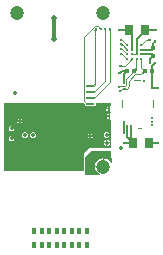
<source format=gbl>
G04*
G04 #@! TF.GenerationSoftware,Altium Limited,Altium Designer,18.0.12 (696)*
G04*
G04 Layer_Physical_Order=3*
G04 Layer_Color=16711680*
%FSLAX44Y44*%
%MOMM*%
G71*
G01*
G75*
%ADD37C,0.1500*%
%ADD38C,0.0750*%
%ADD42C,0.1000*%
%ADD43C,0.3000*%
%ADD45P,0.3247X8X202.5*%
%ADD46O,0.4000X0.6000*%
%ADD47C,1.2000*%
%ADD48P,0.3247X8X112.5*%
%ADD49C,0.2500*%
%ADD51C,0.5000*%
%ADD52C,0.2000*%
%ADD53R,0.8000X0.2500*%
%ADD54R,0.2000X0.2000*%
%ADD55R,0.2000X0.1160*%
%ADD56R,0.2000X0.1500*%
%ADD57R,0.1160X0.1160*%
%ADD58R,0.8000X0.8500*%
%ADD59R,0.3500X0.3000*%
%ADD60R,0.3000X0.3500*%
G36*
X-3461Y131780D02*
X-3511Y131718D01*
X-3556Y131632D01*
X-3596Y131521D01*
X-3630Y131386D01*
X-3659Y131227D01*
X-3701Y130835D01*
X-3722Y130345D01*
X-3725Y130063D01*
X-6725Y130139D01*
X-6727Y130421D01*
X-6784Y131302D01*
X-6810Y131461D01*
X-6840Y131595D01*
X-6876Y131705D01*
X-6916Y131790D01*
X-6960Y131850D01*
X-3461Y131780D01*
D02*
G37*
G36*
X32974Y125564D02*
X33062Y125497D01*
X33156Y125437D01*
X33257Y125386D01*
X33363Y125344D01*
X33476Y125309D01*
X33595Y125282D01*
X33720Y125263D01*
X33851Y125253D01*
X33988Y125250D01*
X32750Y124012D01*
X32747Y124150D01*
X32737Y124280D01*
X32718Y124405D01*
X32691Y124524D01*
X32656Y124636D01*
X32613Y124743D01*
X32562Y124844D01*
X32503Y124938D01*
X32436Y125026D01*
X32361Y125108D01*
X32892Y125639D01*
X32974Y125564D01*
D02*
G37*
G36*
X29977Y122750D02*
X29931Y122746D01*
X29880Y122733D01*
X29823Y122710D01*
X29762Y122678D01*
X29696Y122636D01*
X29625Y122585D01*
X29467Y122454D01*
X29290Y122286D01*
X28760Y122816D01*
X28818Y122878D01*
X28867Y122937D01*
X28907Y122994D01*
X28938Y123049D01*
X28961Y123102D01*
X28975Y123153D01*
X28980Y123202D01*
X28976Y123248D01*
X28963Y123293D01*
X28941Y123335D01*
X29977Y122750D01*
D02*
G37*
G36*
X80107Y122125D02*
X80077Y122149D01*
X80034Y122170D01*
X79979Y122189D01*
X79911Y122205D01*
X79832Y122219D01*
X79636Y122239D01*
X79391Y122249D01*
X79250Y122250D01*
Y123750D01*
X79391Y123751D01*
X79832Y123781D01*
X79911Y123795D01*
X79979Y123811D01*
X80034Y123830D01*
X80077Y123851D01*
X80107Y123875D01*
Y122125D01*
D02*
G37*
G36*
X50923Y123851D02*
X50966Y123830D01*
X51021Y123811D01*
X51089Y123795D01*
X51168Y123781D01*
X51364Y123761D01*
X51609Y123751D01*
X51750Y123750D01*
Y122250D01*
X51609Y122249D01*
X51168Y122219D01*
X51089Y122205D01*
X51021Y122189D01*
X50966Y122170D01*
X50923Y122149D01*
X50893Y122125D01*
Y123875D01*
X50923Y123851D01*
D02*
G37*
G36*
X42780Y123009D02*
X42695Y122908D01*
X42620Y122807D01*
X42555Y122704D01*
X42500Y122600D01*
X42455Y122494D01*
X42420Y122387D01*
X42395Y122279D01*
X42380Y122169D01*
X42375Y122058D01*
X41625D01*
X41620Y122169D01*
X41605Y122279D01*
X41580Y122387D01*
X41545Y122494D01*
X41500Y122600D01*
X41445Y122704D01*
X41380Y122807D01*
X41305Y122908D01*
X41220Y123009D01*
X41125Y123107D01*
X42875D01*
X42780Y123009D01*
D02*
G37*
G36*
X38780D02*
X38695Y122908D01*
X38620Y122807D01*
X38555Y122704D01*
X38500Y122600D01*
X38455Y122494D01*
X38420Y122387D01*
X38395Y122279D01*
X38380Y122169D01*
X38375Y122058D01*
X37625D01*
X37620Y122169D01*
X37605Y122279D01*
X37580Y122387D01*
X37545Y122494D01*
X37500Y122600D01*
X37445Y122704D01*
X37380Y122807D01*
X37305Y122908D01*
X37220Y123009D01*
X37125Y123107D01*
X38875D01*
X38780Y123009D01*
D02*
G37*
G36*
X75985Y124358D02*
X76030Y124230D01*
X76104Y124117D01*
X76210Y124020D01*
X76345Y123938D01*
X76509Y123870D01*
X76705Y123818D01*
X76929Y123780D01*
X77185Y123757D01*
X77470Y123750D01*
Y122250D01*
X77185Y122242D01*
X76929Y122220D01*
X76705Y122183D01*
X76509Y122130D01*
X76345Y122063D01*
X76210Y121980D01*
X76104Y121882D01*
X76030Y121770D01*
X75985Y121643D01*
X75970Y121500D01*
Y124500D01*
X75985Y124358D01*
D02*
G37*
G36*
X54061Y121500D02*
X54046Y121643D01*
X54000Y121770D01*
X53923Y121882D01*
X53816Y121980D01*
X53678Y122063D01*
X53510Y122130D01*
X53311Y122183D01*
X53081Y122220D01*
X52821Y122242D01*
X52530Y122250D01*
Y123750D01*
X52821Y123757D01*
X53081Y123780D01*
X53311Y123818D01*
X53510Y123870D01*
X53678Y123938D01*
X53816Y124020D01*
X53923Y124117D01*
X54000Y124230D01*
X54046Y124358D01*
X54061Y124500D01*
Y121500D01*
D02*
G37*
G36*
X70152Y118811D02*
X70038Y118893D01*
X69902Y118932D01*
X69745Y118929D01*
X69565Y118884D01*
X69364Y118796D01*
X69141Y118665D01*
X68896Y118493D01*
X68629Y118278D01*
X68031Y117720D01*
X66970Y118780D01*
X67270Y119091D01*
X67743Y119646D01*
X67915Y119891D01*
X68046Y120114D01*
X68134Y120315D01*
X68179Y120495D01*
X68182Y120652D01*
X68143Y120788D01*
X68061Y120902D01*
X70152Y118811D01*
D02*
G37*
G36*
X-3725Y119186D02*
X-3723Y118904D01*
X-3666Y118023D01*
X-3640Y117864D01*
X-3610Y117730D01*
X-3574Y117620D01*
X-3534Y117535D01*
X-3490Y117475D01*
X-6989Y117545D01*
X-6939Y117607D01*
X-6894Y117693D01*
X-6854Y117804D01*
X-6820Y117939D01*
X-6791Y118098D01*
X-6749Y118490D01*
X-6728Y118980D01*
X-6725Y119262D01*
X-3725Y119186D01*
D02*
G37*
G36*
X61969Y118780D02*
X61833Y118765D01*
X61711Y118721D01*
X61603Y118645D01*
X61509Y118540D01*
X61430Y118406D01*
X61365Y118240D01*
X61315Y118046D01*
X61279Y117821D01*
X61257Y117565D01*
X61250Y117281D01*
X59750D01*
X59742Y117570D01*
X59720Y117829D01*
X59682Y118058D01*
X59630Y118256D01*
X59563Y118425D01*
X59480Y118562D01*
X59383Y118670D01*
X59270Y118747D01*
X59142Y118794D01*
X59000Y118811D01*
X61969Y118780D01*
D02*
G37*
G36*
X75254Y113997D02*
X75169Y114056D01*
X75080Y114108D01*
X74986Y114154D01*
X74888Y114194D01*
X74786Y114228D01*
X74679Y114256D01*
X74569Y114278D01*
X74453Y114293D01*
X74334Y114303D01*
X74211Y114306D01*
X74038Y115306D01*
X74163Y115310D01*
X74282Y115322D01*
X74394Y115343D01*
X74499Y115373D01*
X74597Y115411D01*
X74687Y115457D01*
X74771Y115511D01*
X74849Y115574D01*
X74919Y115646D01*
X74982Y115725D01*
X75254Y113997D01*
D02*
G37*
G36*
X52137Y115534D02*
X52267Y115348D01*
X52436Y115138D01*
X52760Y114777D01*
X53024Y114506D01*
X52617Y113853D01*
X52528Y113934D01*
X52439Y113999D01*
X52350Y114050D01*
X52260Y114085D01*
X52171Y114105D01*
X52080Y114110D01*
X51990Y114100D01*
X51899Y114074D01*
X51809Y114033D01*
X51717Y113976D01*
X52087Y115618D01*
X52137Y115534D01*
D02*
G37*
G36*
X80182Y112263D02*
X80158Y112255D01*
X80126Y112237D01*
X80085Y112208D01*
X80035Y112170D01*
X79836Y111992D01*
X79559Y111722D01*
X78285Y112570D01*
X78383Y112671D01*
X78610Y112934D01*
X78664Y113009D01*
X78707Y113079D01*
X78738Y113141D01*
X78759Y113198D01*
X78769Y113249D01*
X78767Y113293D01*
X80182Y112263D01*
D02*
G37*
G36*
X65260Y111150D02*
X63740D01*
X63742Y111167D01*
X63744Y111214D01*
X63750Y112662D01*
X65250D01*
X65260Y111150D01*
D02*
G37*
G36*
X61260D02*
X59740D01*
X59742Y111167D01*
X59744Y111214D01*
X59750Y112662D01*
X61250D01*
X61260Y111150D01*
D02*
G37*
G36*
X55664Y111872D02*
X55752Y111799D01*
X55843Y111735D01*
X55937Y111678D01*
X56034Y111629D01*
X56134Y111588D01*
X56237Y111554D01*
X56342Y111528D01*
X56451Y111509D01*
X56563Y111498D01*
X55502Y110437D01*
X55491Y110549D01*
X55472Y110658D01*
X55446Y110764D01*
X55412Y110866D01*
X55371Y110966D01*
X55322Y111063D01*
X55265Y111157D01*
X55201Y111248D01*
X55129Y111336D01*
X55049Y111421D01*
X55579Y111951D01*
X55664Y111872D01*
D02*
G37*
G36*
X70173Y111466D02*
X70055Y111344D01*
X69851Y111107D01*
X69767Y110993D01*
X69693Y110883D01*
X69630Y110774D01*
X69579Y110669D01*
X69539Y110567D01*
X69510Y110468D01*
X69492Y110371D01*
X68371Y111492D01*
X68467Y111510D01*
X68567Y111539D01*
X68669Y111579D01*
X68774Y111630D01*
X68882Y111693D01*
X68993Y111767D01*
X69107Y111852D01*
X69343Y112055D01*
X69466Y112173D01*
X70173Y111466D01*
D02*
G37*
G36*
X52137Y111534D02*
X52267Y111348D01*
X52436Y111138D01*
X52760Y110777D01*
X53024Y110506D01*
X52617Y109853D01*
X52528Y109934D01*
X52439Y109999D01*
X52350Y110050D01*
X52260Y110085D01*
X52171Y110105D01*
X52080Y110110D01*
X51990Y110100D01*
X51899Y110074D01*
X51809Y110033D01*
X51717Y109976D01*
X52087Y111618D01*
X52137Y111534D01*
D02*
G37*
G36*
X79257Y110435D02*
X79279Y110180D01*
X79315Y109955D01*
X79365Y109760D01*
X79430Y109594D01*
X79509Y109459D01*
X79603Y109354D01*
X79710Y109279D01*
X79833Y109235D01*
X79970Y109220D01*
X77031D01*
X77167Y109235D01*
X77290Y109279D01*
X77397Y109354D01*
X77491Y109459D01*
X77570Y109594D01*
X77635Y109760D01*
X77685Y109955D01*
X77721Y110180D01*
X77743Y110435D01*
X77750Y110719D01*
X79250D01*
X79257Y110435D01*
D02*
G37*
G36*
X65025Y109949D02*
X65020Y109899D01*
X65019Y109890D01*
X65292D01*
X65237Y109809D01*
X65187Y109718D01*
X65143Y109618D01*
X65105Y109507D01*
X65073Y109386D01*
X65047Y109256D01*
X65026Y109115D01*
X65003Y108808D01*
X65000Y108441D01*
X64000D01*
X63991Y108884D01*
X63974Y109115D01*
X63953Y109256D01*
X63927Y109386D01*
X63895Y109507D01*
X63857Y109618D01*
X63813Y109718D01*
X63763Y109809D01*
X63708Y109890D01*
X63971D01*
X63969Y109970D01*
X65031D01*
X65025Y109949D01*
D02*
G37*
G36*
X61025Y109949D02*
X61020Y109899D01*
X61019Y109890D01*
X61292D01*
X61237Y109809D01*
X61187Y109718D01*
X61143Y109618D01*
X61105Y109507D01*
X61073Y109386D01*
X61047Y109256D01*
X61026Y109115D01*
X61003Y108808D01*
X61000Y108441D01*
X60000D01*
X59991Y108884D01*
X59974Y109115D01*
X59953Y109256D01*
X59927Y109386D01*
X59895Y109507D01*
X59857Y109618D01*
X59813Y109718D01*
X59763Y109809D01*
X59708Y109890D01*
X59971D01*
X59969Y109970D01*
X61031D01*
X61025Y109949D01*
D02*
G37*
G36*
X65003Y108196D02*
X65026Y107885D01*
X65047Y107745D01*
X65073Y107614D01*
X65105Y107493D01*
X65143Y107383D01*
X65187Y107282D01*
X65237Y107191D01*
X65292Y107110D01*
X63708D01*
X63763Y107191D01*
X63813Y107282D01*
X63857Y107383D01*
X63895Y107493D01*
X63927Y107614D01*
X63953Y107745D01*
X63974Y107885D01*
X63997Y108196D01*
X64000Y108366D01*
X65000D01*
X65003Y108196D01*
D02*
G37*
G36*
X61003D02*
X61026Y107885D01*
X61047Y107745D01*
X61073Y107614D01*
X61105Y107493D01*
X61143Y107383D01*
X61187Y107282D01*
X61237Y107191D01*
X61292Y107110D01*
X59708D01*
X59763Y107191D01*
X59813Y107282D01*
X59857Y107383D01*
X59895Y107493D01*
X59927Y107614D01*
X59953Y107745D01*
X59974Y107885D01*
X59997Y108196D01*
X60000Y108366D01*
X61000D01*
X61003Y108196D01*
D02*
G37*
G36*
X55664Y107872D02*
X55752Y107800D01*
X55843Y107735D01*
X55937Y107678D01*
X56034Y107629D01*
X56134Y107588D01*
X56237Y107554D01*
X56342Y107528D01*
X56451Y107509D01*
X56563Y107498D01*
X55502Y106438D01*
X55491Y106549D01*
X55472Y106658D01*
X55446Y106764D01*
X55412Y106866D01*
X55371Y106966D01*
X55322Y107063D01*
X55265Y107157D01*
X55201Y107248D01*
X55129Y107336D01*
X55049Y107421D01*
X55579Y107951D01*
X55664Y107872D01*
D02*
G37*
G36*
X52137Y107534D02*
X52267Y107348D01*
X52436Y107138D01*
X52760Y106777D01*
X53024Y106506D01*
X52617Y105852D01*
X52528Y105934D01*
X52439Y105999D01*
X52350Y106050D01*
X52260Y106085D01*
X52171Y106105D01*
X52080Y106110D01*
X51990Y106100D01*
X51899Y106074D01*
X51809Y106033D01*
X51717Y105976D01*
X52087Y107618D01*
X52137Y107534D01*
D02*
G37*
G36*
X77031Y105780D02*
X77016Y105775D01*
X76971Y105770D01*
X76895Y105765D01*
X75531Y105750D01*
Y107250D01*
X75820Y107257D01*
X76078Y107280D01*
X76307Y107317D01*
X76505Y107370D01*
X76673Y107437D01*
X76811Y107520D01*
X76919Y107618D01*
X76996Y107730D01*
X77044Y107858D01*
X77061Y108000D01*
X77031Y105780D01*
D02*
G37*
G36*
X69167Y107258D02*
X69214Y107256D01*
X70662Y107250D01*
X70661Y105750D01*
X69150Y105740D01*
X69150Y107260D01*
X69167Y107258D01*
D02*
G37*
G36*
X65237Y105809D02*
X65187Y105718D01*
X65143Y105618D01*
X65105Y105507D01*
X65073Y105386D01*
X65047Y105256D01*
X65026Y105115D01*
X65003Y104804D01*
X65000Y104634D01*
X64000D01*
X63997Y104804D01*
X63974Y105115D01*
X63953Y105256D01*
X63927Y105386D01*
X63895Y105507D01*
X63857Y105618D01*
X63813Y105718D01*
X63763Y105809D01*
X63708Y105890D01*
X65292D01*
X65237Y105809D01*
D02*
G37*
G36*
X55664Y103871D02*
X55752Y103799D01*
X55843Y103735D01*
X55937Y103678D01*
X56034Y103629D01*
X56134Y103588D01*
X56237Y103554D01*
X56342Y103528D01*
X56451Y103509D01*
X56563Y103498D01*
X55502Y102437D01*
X55491Y102549D01*
X55472Y102658D01*
X55446Y102764D01*
X55412Y102866D01*
X55371Y102966D01*
X55322Y103063D01*
X55265Y103157D01*
X55201Y103248D01*
X55129Y103336D01*
X55049Y103421D01*
X55579Y103951D01*
X55664Y103871D01*
D02*
G37*
G36*
X52137Y103534D02*
X52267Y103348D01*
X52436Y103138D01*
X52760Y102777D01*
X53024Y102506D01*
X52617Y101853D01*
X52528Y101934D01*
X52439Y101999D01*
X52350Y102050D01*
X52260Y102085D01*
X52171Y102105D01*
X52080Y102110D01*
X51990Y102100D01*
X51899Y102074D01*
X51809Y102033D01*
X51717Y101976D01*
X52087Y103618D01*
X52137Y103534D01*
D02*
G37*
G36*
X65003Y104196D02*
X65026Y103885D01*
X65047Y103745D01*
X65073Y103614D01*
X65105Y103493D01*
X65143Y103383D01*
X65187Y103282D01*
X65237Y103191D01*
X65292Y103110D01*
X63890D01*
Y101708D01*
X63809Y101763D01*
X63718Y101813D01*
X63617Y101857D01*
X63507Y101895D01*
X63386Y101927D01*
X63256Y101953D01*
X63115Y101974D01*
X62804Y101997D01*
X62634Y102000D01*
Y103000D01*
X62804Y103003D01*
X63115Y103026D01*
X63256Y103047D01*
X63386Y103073D01*
X63507Y103105D01*
X63617Y103143D01*
X63718Y103187D01*
X63779Y103221D01*
X63813Y103282D01*
X63857Y103383D01*
X63895Y103493D01*
X63927Y103614D01*
X63953Y103745D01*
X63974Y103885D01*
X63997Y104196D01*
X64000Y104366D01*
X65000D01*
X65003Y104196D01*
D02*
G37*
G36*
X61191Y103237D02*
X61282Y103187D01*
X61383Y103143D01*
X61493Y103105D01*
X61614Y103073D01*
X61744Y103047D01*
X61885Y103026D01*
X62196Y103003D01*
X62366Y103000D01*
Y102000D01*
X62196Y101997D01*
X61885Y101974D01*
X61744Y101953D01*
X61614Y101927D01*
X61493Y101895D01*
X61383Y101857D01*
X61282Y101813D01*
X61191Y101763D01*
X61110Y101708D01*
Y103293D01*
X61191Y103237D01*
D02*
G37*
G36*
X69208Y103222D02*
X69267Y103208D01*
X69354Y103197D01*
X69613Y103178D01*
X70752Y103159D01*
X70541Y101659D01*
X69122Y101717D01*
X69177Y103236D01*
X69208Y103222D01*
D02*
G37*
G36*
X77058Y101142D02*
X77134Y101315D01*
X77179Y101495D01*
X77182Y101652D01*
X77143Y101788D01*
X77061Y101902D01*
X77546Y101417D01*
X77548Y101423D01*
X77556Y101461D01*
X77548Y101498D01*
X77533Y101550D01*
X77516Y101592D01*
X77497Y101624D01*
X77578D01*
X77588Y101734D01*
X77596Y101950D01*
X77597Y102074D01*
X78597D01*
X78598Y101950D01*
X78618Y101624D01*
X78697D01*
X78678Y101592D01*
X78661Y101550D01*
X78646Y101498D01*
X78638Y101461D01*
X78646Y101423D01*
X78661Y101371D01*
X78678Y101329D01*
X78697Y101297D01*
X78616D01*
X78606Y101187D01*
X78598Y100971D01*
X78597Y100847D01*
X78116D01*
X79152Y99811D01*
X79038Y99893D01*
X78902Y99932D01*
X78745Y99929D01*
X78565Y99884D01*
X78364Y99796D01*
X78141Y99665D01*
X77896Y99493D01*
X77629Y99277D01*
X77031Y98720D01*
X75970Y99781D01*
X76270Y100091D01*
X76743Y100646D01*
X76915Y100891D01*
X77031Y101088D01*
X76997Y101179D01*
X76919Y101292D01*
X76811Y101389D01*
X76673Y101472D01*
X76505Y101539D01*
X76307Y101592D01*
X76078Y101629D01*
X75820Y101652D01*
X75531Y101659D01*
Y103159D01*
X77031Y103219D01*
X77058Y101142D01*
D02*
G37*
G36*
X55664Y99872D02*
X55752Y99799D01*
X55843Y99735D01*
X55937Y99678D01*
X56034Y99629D01*
X56134Y99588D01*
X56237Y99554D01*
X56342Y99528D01*
X56451Y99509D01*
X56563Y99498D01*
X55502Y98438D01*
X55491Y98549D01*
X55472Y98658D01*
X55446Y98764D01*
X55412Y98866D01*
X55371Y98966D01*
X55322Y99063D01*
X55265Y99157D01*
X55201Y99248D01*
X55129Y99336D01*
X55049Y99421D01*
X55579Y99951D01*
X55664Y99872D01*
D02*
G37*
G36*
X60629Y97508D02*
X60532Y97491D01*
X60433Y97462D01*
X60331Y97421D01*
X60226Y97370D01*
X60118Y97307D01*
X60007Y97233D01*
X59893Y97149D01*
X59657Y96945D01*
X59534Y96827D01*
X58827Y97534D01*
X58945Y97657D01*
X59149Y97893D01*
X59233Y98007D01*
X59307Y98118D01*
X59370Y98226D01*
X59421Y98331D01*
X59461Y98433D01*
X59490Y98533D01*
X59508Y98629D01*
X60629Y97508D01*
D02*
G37*
G36*
X69179Y97752D02*
X69115Y97662D01*
X69059Y97569D01*
X69010Y97472D01*
X68969Y97372D01*
X68935Y97269D01*
X68909Y97163D01*
X68890Y97053D01*
X68879Y96939D01*
X68875Y96823D01*
X68125D01*
X68121Y96939D01*
X68110Y97053D01*
X68091Y97163D01*
X68065Y97269D01*
X68031Y97372D01*
X67990Y97472D01*
X67941Y97569D01*
X67885Y97662D01*
X67821Y97752D01*
X67750Y97839D01*
X69250D01*
X69179Y97752D01*
D02*
G37*
G36*
X76444Y96957D02*
X76445Y96815D01*
X76482Y96192D01*
X76492Y96156D01*
X76503Y96134D01*
X74774Y96406D01*
X74807Y96436D01*
X74836Y96479D01*
X74861Y96534D01*
X74883Y96601D01*
X74902Y96680D01*
X74917Y96771D01*
X74938Y96990D01*
X74943Y97118D01*
X74944Y97258D01*
X76444Y96957D01*
D02*
G37*
G36*
X80094Y93754D02*
X80063Y93746D01*
X80023Y93729D01*
X79976Y93701D01*
X79921Y93663D01*
X79789Y93556D01*
X79626Y93409D01*
X79432Y93220D01*
X78257Y94167D01*
X78355Y94267D01*
X78585Y94529D01*
X78640Y94604D01*
X78685Y94672D01*
X78719Y94734D01*
X78742Y94789D01*
X78754Y94838D01*
X78756Y94881D01*
X80094Y93754D01*
D02*
G37*
G36*
X51469Y93304D02*
X51550Y93240D01*
X51637Y93184D01*
X51730Y93135D01*
X51827Y93094D01*
X51930Y93060D01*
X52039Y93034D01*
X52152Y93015D01*
X52271Y93004D01*
X52396Y93000D01*
Y92000D01*
X52271Y91996D01*
X52152Y91985D01*
X52039Y91966D01*
X51930Y91940D01*
X51827Y91906D01*
X51730Y91865D01*
X51637Y91816D01*
X51550Y91760D01*
X51469Y91696D01*
X51393Y91625D01*
Y93375D01*
X51469Y93304D01*
D02*
G37*
G36*
X78319Y91179D02*
X78341Y90919D01*
X78379Y90689D01*
X78431Y90490D01*
X78499Y90322D01*
X78581Y90184D01*
X78678Y90077D01*
X78791Y90000D01*
X78918Y89954D01*
X79061Y89939D01*
X76061D01*
X76203Y89954D01*
X76331Y90000D01*
X76444Y90077D01*
X76541Y90184D01*
X76624Y90322D01*
X76691Y90490D01*
X76743Y90689D01*
X76781Y90919D01*
X76803Y91179D01*
X76811Y91469D01*
X78311D01*
X78319Y91179D01*
D02*
G37*
G36*
X64219Y89970D02*
X63119Y89939D01*
X63190Y89949D01*
X63254Y89974D01*
X63310Y90014D01*
X63359Y90069D01*
X63400Y90139D01*
X63434Y90225D01*
X63460Y90326D01*
X63479Y90442D01*
X63490Y90573D01*
X63494Y90720D01*
X64244D01*
X64219Y89970D01*
D02*
G37*
G36*
X69934Y90351D02*
X70210Y90118D01*
X70332Y90033D01*
X70443Y89970D01*
X70544Y89927D01*
X70634Y89906D01*
X70714D01*
X70783Y89927D01*
X70841Y89970D01*
X69781Y88909D01*
X69823Y88967D01*
X69844Y89036D01*
Y89116D01*
X69823Y89206D01*
X69781Y89307D01*
X69717Y89418D01*
X69632Y89540D01*
X69526Y89673D01*
X69250Y89970D01*
X69781Y90500D01*
X69934Y90351D01*
D02*
G37*
G36*
X51777Y86942D02*
X51677Y86841D01*
X51263Y86374D01*
X51245Y86342D01*
X51237Y86318D01*
X50207Y87733D01*
X50251Y87731D01*
X50301Y87741D01*
X50358Y87762D01*
X50421Y87793D01*
X50490Y87836D01*
X50566Y87890D01*
X50735Y88030D01*
X50829Y88117D01*
X50929Y88215D01*
X51777Y86942D01*
D02*
G37*
G36*
X70841Y87030D02*
X70783Y87073D01*
X70714Y87094D01*
X70634D01*
X70544Y87073D01*
X70443Y87030D01*
X70332Y86967D01*
X70210Y86882D01*
X70078Y86776D01*
X69781Y86500D01*
X69250Y87030D01*
X69399Y87184D01*
X69632Y87460D01*
X69717Y87582D01*
X69781Y87693D01*
X69823Y87794D01*
X69844Y87884D01*
Y87964D01*
X69823Y88033D01*
X69781Y88091D01*
X70841Y87030D01*
D02*
G37*
G36*
X61786D02*
X61730Y87075D01*
X61663Y87099D01*
X61585Y87100D01*
X61495Y87080D01*
X61395Y87037D01*
X61283Y86973D01*
X61160Y86888D01*
X61027Y86780D01*
X60725Y86500D01*
X60250Y87086D01*
X60396Y87237D01*
X60626Y87510D01*
X60710Y87631D01*
X60774Y87742D01*
X60816Y87843D01*
X60838Y87934D01*
X60840Y88015D01*
X60820Y88086D01*
X60781Y88147D01*
X61786Y87030D01*
D02*
G37*
G36*
X54781Y88356D02*
X54865Y88558D01*
X54908Y88738D01*
Y88897D01*
X54865Y89035D01*
X54781Y89152D01*
X56902Y87030D01*
X56785Y87115D01*
X56647Y87158D01*
X56488D01*
X56308Y87115D01*
X56106Y87030D01*
X55884Y86903D01*
X55640Y86734D01*
X55374Y86521D01*
X54781Y85970D01*
X53720Y87030D01*
X54017Y87338D01*
X54261Y87627D01*
X54240Y87635D01*
X54046Y87685D01*
X53821Y87721D01*
X53566Y87743D01*
X53281Y87750D01*
Y89250D01*
X53566Y89257D01*
X53821Y89279D01*
X54046Y89315D01*
X54240Y89365D01*
X54405Y89430D01*
X54541Y89509D01*
X54646Y89603D01*
X54721Y89711D01*
X54766Y89833D01*
X54781Y89970D01*
Y88356D01*
D02*
G37*
G36*
X78688Y87046D02*
X78560Y87000D01*
X78447Y86923D01*
X78350Y86816D01*
X78267Y86678D01*
X78200Y86510D01*
X78148Y86311D01*
X78110Y86081D01*
X78088Y85821D01*
X78080Y85531D01*
X76580D01*
X76572Y85821D01*
X76550Y86081D01*
X76512Y86311D01*
X76460Y86510D01*
X76392Y86678D01*
X76310Y86816D01*
X76213Y86923D01*
X76100Y87000D01*
X75972Y87046D01*
X75830Y87061D01*
X78830D01*
X78688Y87046D01*
D02*
G37*
G36*
X54252Y80385D02*
X54305Y79545D01*
X54329Y79409D01*
X54358Y79304D01*
X54391Y79229D01*
X54428Y79184D01*
X54469Y79170D01*
X52530D01*
X52572Y79184D01*
X52610Y79229D01*
X52642Y79304D01*
X52671Y79409D01*
X52695Y79545D01*
X52715Y79710D01*
X52741Y80129D01*
X52750Y80669D01*
X54250D01*
X54252Y80385D01*
D02*
G37*
G36*
X78130Y77537D02*
X76191D01*
X76265Y77552D01*
X76331Y77597D01*
X76389Y77672D01*
X76440Y77777D01*
X76483Y77912D01*
X76518Y78077D01*
X76545Y78272D01*
X76564Y78497D01*
X76580Y79037D01*
X78080D01*
X78130Y77537D01*
D02*
G37*
G36*
X29369Y76719D02*
X28275Y76689D01*
X28346Y76699D01*
X28410Y76724D01*
X28466Y76764D01*
X28515Y76819D01*
X28556Y76889D01*
X28590Y76975D01*
X28616Y77076D01*
X28635Y77192D01*
X28646Y77323D01*
X28650Y77470D01*
X29400D01*
X29369Y76719D01*
D02*
G37*
G36*
X54898Y75632D02*
X54817Y75631D01*
X54538Y75613D01*
X54508Y75606D01*
X54487Y75598D01*
X54474Y75589D01*
X54469Y75578D01*
Y76351D01*
X54474Y76357D01*
X54487Y76362D01*
X54508Y76367D01*
X54538Y76371D01*
X54624Y76377D01*
X54898Y76382D01*
Y75632D01*
D02*
G37*
G36*
X52530Y75252D02*
X52523Y75286D01*
X52501Y75315D01*
X52463Y75342D01*
X52410Y75364D01*
X52343Y75383D01*
X52260Y75399D01*
X52163Y75411D01*
X51923Y75425D01*
X51781Y75427D01*
Y76177D01*
X51923Y76179D01*
X52260Y76205D01*
X52343Y76221D01*
X52410Y76240D01*
X52463Y76262D01*
X52501Y76289D01*
X52523Y76318D01*
X52530Y76351D01*
Y75252D01*
D02*
G37*
G36*
X81737Y73010D02*
X81713Y73023D01*
X81676Y73034D01*
X81625Y73044D01*
X81562Y73053D01*
X81396Y73067D01*
X80907Y73077D01*
X80641Y74577D01*
X80781Y74579D01*
X81129Y74604D01*
X81220Y74619D01*
X81299Y74637D01*
X81367Y74659D01*
X81421Y74683D01*
X81464Y74712D01*
X81495Y74743D01*
X81737Y73010D01*
D02*
G37*
G36*
X54477Y74179D02*
X54500Y74115D01*
X54537Y74059D01*
X54590Y74010D01*
X54657Y73969D01*
X54739Y73935D01*
X54837Y73909D01*
X54949Y73890D01*
X55077Y73879D01*
X55219Y73875D01*
Y73125D01*
X55077Y73121D01*
X54949Y73110D01*
X54837Y73091D01*
X54739Y73065D01*
X54657Y73031D01*
X54590Y72990D01*
X54537Y72941D01*
X54500Y72885D01*
X54477Y72821D01*
X54469Y72750D01*
Y74250D01*
X54477Y74179D01*
D02*
G37*
G36*
X78145Y74615D02*
X78190Y74607D01*
X78265Y74600D01*
X78670Y74585D01*
X79630Y74577D01*
Y73077D01*
X79345Y73073D01*
X78670Y73014D01*
X78505Y72979D01*
X78370Y72936D01*
X78265Y72885D01*
X78190Y72826D01*
X78145Y72759D01*
X78130Y72685D01*
Y74624D01*
X78145Y74615D01*
D02*
G37*
G36*
X29900Y71719D02*
X29748Y71563D01*
X29509Y71284D01*
X29421Y71161D01*
X29354Y71049D01*
X29309Y70949D01*
X29284Y70859D01*
X29281Y70781D01*
X29299Y70714D01*
X29339Y70659D01*
X28309Y71689D01*
X28364Y71650D01*
X28431Y71631D01*
X28509Y71634D01*
X28598Y71659D01*
X28699Y71704D01*
X28810Y71771D01*
X28933Y71859D01*
X29067Y71968D01*
X29369Y72250D01*
X29900Y71719D01*
D02*
G37*
G36*
X51764Y72358D02*
X51688Y72276D01*
X51621Y72188D01*
X51562Y72094D01*
X51512Y71993D01*
X51469Y71887D01*
X51434Y71774D01*
X51407Y71655D01*
X51388Y71530D01*
X51378Y71399D01*
X51375Y71262D01*
X50138Y72500D01*
X50275Y72502D01*
X50405Y72513D01*
X50530Y72532D01*
X50649Y72559D01*
X50761Y72594D01*
X50868Y72636D01*
X50968Y72688D01*
X51063Y72747D01*
X51151Y72814D01*
X51233Y72889D01*
X51764Y72358D01*
D02*
G37*
G36*
X29900Y66719D02*
X29748Y66563D01*
X29509Y66284D01*
X29421Y66161D01*
X29354Y66049D01*
X29309Y65949D01*
X29284Y65859D01*
X29281Y65781D01*
X29299Y65714D01*
X29339Y65659D01*
X28309Y66689D01*
X28364Y66650D01*
X28431Y66631D01*
X28509Y66634D01*
X28598Y66659D01*
X28699Y66704D01*
X28810Y66771D01*
X28933Y66859D01*
X29067Y66968D01*
X29369Y67250D01*
X29900Y66719D01*
D02*
G37*
G36*
X21587Y62098D02*
X21866Y61859D01*
X21989Y61771D01*
X22101Y61704D01*
X22201Y61659D01*
X22290Y61634D01*
X22369Y61631D01*
X22435Y61650D01*
X22491Y61689D01*
X21461Y60659D01*
X21500Y60714D01*
X21518Y60781D01*
X21515Y60859D01*
X21491Y60949D01*
X21445Y61049D01*
X21379Y61161D01*
X21291Y61283D01*
X21182Y61418D01*
X20900Y61719D01*
X21430Y62250D01*
X21587Y62098D01*
D02*
G37*
G36*
X19729Y61400D02*
X20649Y60659D01*
X20650Y60657D01*
Y58500D01*
X30150D01*
Y61400D01*
X43188D01*
Y59310D01*
X41918Y58632D01*
X41787Y58719D01*
X41659Y58745D01*
Y56600D01*
Y54455D01*
X41787Y54481D01*
X42780Y53746D01*
X42852Y53454D01*
X42817Y53021D01*
X42250Y52621D01*
Y50000D01*
Y47586D01*
X42996Y47129D01*
X43188Y46894D01*
Y23748D01*
X42289Y22851D01*
X24413Y22900D01*
X20000Y18487D01*
X20000Y3600D01*
X13012D01*
X12500Y3812D01*
X-9250D01*
X-9762Y3600D01*
X-47825Y3600D01*
Y61400D01*
X19729Y61400D01*
D02*
G37*
G36*
X54428Y43229D02*
X54391Y43184D01*
X54358Y43109D01*
X54329Y43004D01*
X54305Y42869D01*
X54285Y42704D01*
X54259Y42284D01*
X54250Y41744D01*
X52750D01*
X52748Y42029D01*
X52695Y42869D01*
X52671Y43004D01*
X52642Y43109D01*
X52610Y43184D01*
X52572Y43229D01*
X52530Y43244D01*
X54469D01*
X54428Y43229D01*
D02*
G37*
G36*
X60881Y40835D02*
X60844Y40790D01*
X60811Y40715D01*
X60782Y40610D01*
X60758Y40475D01*
X60738Y40310D01*
X60712Y39890D01*
X60703Y39350D01*
X59203D01*
X59201Y39635D01*
X59148Y40475D01*
X59124Y40610D01*
X59096Y40715D01*
X59062Y40790D01*
X59025Y40835D01*
X58983Y40850D01*
X60923D01*
X60881Y40835D01*
D02*
G37*
G36*
X56998D02*
X56961Y40790D01*
X56928Y40715D01*
X56899Y40610D01*
X56875Y40475D01*
X56855Y40310D01*
X56829Y39890D01*
X56820Y39350D01*
X55320D01*
X55318Y39635D01*
X55265Y40475D01*
X55241Y40610D01*
X55212Y40715D01*
X55180Y40790D01*
X55142Y40835D01*
X55100Y40850D01*
X57040D01*
X56998Y40835D01*
D02*
G37*
G36*
X54251Y37409D02*
X54281Y36968D01*
X54295Y36889D01*
X54311Y36821D01*
X54330Y36766D01*
X54351Y36723D01*
X54375Y36693D01*
X52625D01*
X52649Y36723D01*
X52670Y36766D01*
X52689Y36821D01*
X52705Y36889D01*
X52719Y36968D01*
X52739Y37164D01*
X52749Y37409D01*
X52750Y37550D01*
X54250D01*
X54251Y37409D01*
D02*
G37*
G36*
X60711Y33104D02*
X60733Y32843D01*
X60771Y32614D01*
X60823Y32415D01*
X60890Y32247D01*
X60973Y32109D01*
X61070Y32002D01*
X61183Y31925D01*
X61311Y31879D01*
X61453Y31864D01*
X59053D01*
X57206Y29523D01*
X57279Y29651D01*
X57313Y29798D01*
X57306Y29963D01*
X57260Y30147D01*
X57174Y30350D01*
X57048Y30571D01*
X56882Y30812D01*
X56676Y31070D01*
X56431Y31348D01*
X56145Y31644D01*
X56955Y32955D01*
X57274Y32647D01*
X57841Y32165D01*
X58089Y31992D01*
X58313Y31863D01*
X58513Y31780D01*
X58689Y31741D01*
X58842Y31747D01*
X58971Y31798D01*
X59043Y31864D01*
X58453D01*
X58595Y31879D01*
X58723Y31925D01*
X58836Y32002D01*
X58933Y32109D01*
X59016Y32247D01*
X59083Y32415D01*
X59135Y32614D01*
X59173Y32843D01*
X59195Y33104D01*
X59203Y33394D01*
X60703D01*
X60711Y33104D01*
D02*
G37*
G36*
X57206Y26175D02*
X57190Y26318D01*
X57146Y26445D01*
X57070Y26558D01*
X56965Y26655D01*
X56831Y26737D01*
X56666Y26805D01*
X56470Y26858D01*
X56245Y26895D01*
X55991Y26918D01*
X55710Y26925D01*
X55584Y26924D01*
X55143Y26894D01*
X55064Y26880D01*
X54996Y26864D01*
X54941Y26845D01*
X54898Y26824D01*
X54868Y26800D01*
Y28550D01*
X54898Y28526D01*
X54941Y28505D01*
X54996Y28486D01*
X55064Y28470D01*
X55143Y28456D01*
X55339Y28436D01*
X55584Y28426D01*
X55710Y28425D01*
X55991Y28433D01*
X56245Y28455D01*
X56470Y28493D01*
X56666Y28545D01*
X56831Y28612D01*
X56965Y28695D01*
X57070Y28793D01*
X57146Y28905D01*
X57190Y29032D01*
X57206Y29175D01*
Y26175D01*
D02*
G37*
G36*
X81732Y26800D02*
X81702Y26824D01*
X81659Y26845D01*
X81604Y26864D01*
X81536Y26880D01*
X81457Y26894D01*
X81261Y26914D01*
X81016Y26924D01*
X80875Y26925D01*
Y28425D01*
X81016Y28426D01*
X81457Y28456D01*
X81536Y28470D01*
X81604Y28486D01*
X81659Y28505D01*
X81702Y28526D01*
X81732Y28550D01*
Y26800D01*
D02*
G37*
G36*
X79129Y29032D02*
X79175Y28905D01*
X79252Y28793D01*
X79359Y28695D01*
X79497Y28612D01*
X79665Y28545D01*
X79864Y28493D01*
X80093Y28455D01*
X80354Y28433D01*
X80645Y28425D01*
Y26925D01*
X80354Y26918D01*
X80093Y26895D01*
X79864Y26858D01*
X79665Y26805D01*
X79497Y26737D01*
X79359Y26655D01*
X79252Y26558D01*
X79175Y26445D01*
X79129Y26318D01*
X79114Y26175D01*
Y29175D01*
X79129Y29032D01*
D02*
G37*
G36*
X43188Y15500D02*
X43426Y14926D01*
X44000Y14688D01*
X44000D01*
Y11004D01*
X42730Y10752D01*
X42614Y11030D01*
X41493Y12493D01*
X40030Y13614D01*
X38327Y14320D01*
X37250Y14462D01*
Y7500D01*
X36500D01*
Y6750D01*
X29538D01*
X29680Y5673D01*
X30386Y3970D01*
X31508Y2508D01*
X32970Y1385D01*
X33249Y1270D01*
X32996Y-0D01*
X21100Y-0D01*
X21100Y15500D01*
X26300Y20700D01*
X43188D01*
Y15500D01*
D02*
G37*
%LPC*%
G36*
X40159Y58745D02*
X40031Y58719D01*
X39287Y58222D01*
X38790Y57478D01*
X38764Y57350D01*
X40159D01*
Y58745D01*
D02*
G37*
G36*
Y55850D02*
X38764D01*
X38790Y55722D01*
X39287Y54978D01*
X40031Y54481D01*
X40159Y54455D01*
Y55850D01*
D02*
G37*
G36*
X40750Y52145D02*
X40622Y52119D01*
X39878Y51622D01*
X39381Y50878D01*
X39355Y50750D01*
X40750D01*
Y52145D01*
D02*
G37*
G36*
Y49250D02*
X39355D01*
X39381Y49122D01*
X39878Y48378D01*
X40622Y47881D01*
X40750Y47855D01*
Y49250D01*
D02*
G37*
G36*
X-33625Y48445D02*
Y47050D01*
X-32230D01*
X-32256Y47178D01*
X-32753Y47922D01*
X-33497Y48419D01*
X-33625Y48445D01*
D02*
G37*
G36*
X-35125D02*
X-35253Y48419D01*
X-35997Y47922D01*
X-36494Y47178D01*
X-36520Y47050D01*
X-35125D01*
Y48445D01*
D02*
G37*
G36*
X-32230Y45550D02*
X-33625D01*
Y44155D01*
X-33497Y44181D01*
X-32753Y44678D01*
X-32256Y45422D01*
X-32230Y45550D01*
D02*
G37*
G36*
X-35125D02*
X-36520D01*
X-36494Y45422D01*
X-35997Y44678D01*
X-35253Y44181D01*
X-35125Y44155D01*
Y45550D01*
D02*
G37*
G36*
X-40100Y42100D02*
X-42350D01*
X-43475Y40975D01*
Y38725D01*
X-42350Y37600D01*
X-40100D01*
X-38975Y38725D01*
Y40975D01*
X-40100Y42100D01*
D02*
G37*
G36*
X26019Y35664D02*
Y34269D01*
X27414D01*
X27389Y34397D01*
X26891Y35141D01*
X26147Y35638D01*
X26019Y35664D01*
D02*
G37*
G36*
X24519D02*
X24391Y35638D01*
X23647Y35141D01*
X23150Y34397D01*
X23124Y34269D01*
X24519D01*
Y35664D01*
D02*
G37*
G36*
X40225Y36575D02*
X37975D01*
X36850Y35450D01*
Y33200D01*
X37975Y32075D01*
X40225D01*
X41350Y33200D01*
Y35450D01*
X40225Y36575D01*
D02*
G37*
G36*
X-22150D02*
X-24400D01*
X-25525Y35450D01*
Y33200D01*
X-24400Y32075D01*
X-22150D01*
X-21025Y33200D01*
Y35450D01*
X-22150Y36575D01*
D02*
G37*
G36*
X-28950D02*
X-31200D01*
X-32325Y35450D01*
Y33200D01*
X-31200Y32075D01*
X-28950D01*
X-27825Y33200D01*
Y35450D01*
X-28950Y36575D01*
D02*
G37*
G36*
X27414Y32769D02*
X26019D01*
Y31374D01*
X26147Y31399D01*
X26891Y31897D01*
X27389Y32641D01*
X27414Y32769D01*
D02*
G37*
G36*
X24519D02*
X23124D01*
X23150Y32641D01*
X23647Y31897D01*
X24391Y31399D01*
X24519Y31374D01*
Y32769D01*
D02*
G37*
G36*
X-40175Y33800D02*
X-42425D01*
X-43550Y32675D01*
Y30425D01*
X-42425Y29300D01*
X-40175D01*
X-39050Y30425D01*
Y32675D01*
X-40175Y33800D01*
D02*
G37*
G36*
X40350Y30300D02*
X39850D01*
Y28550D01*
X41600D01*
Y29050D01*
X40350Y30300D01*
D02*
G37*
G36*
X38350D02*
X37850D01*
X36600Y29050D01*
Y28550D01*
X38350D01*
Y30300D01*
D02*
G37*
G36*
X41600Y27050D02*
X39850D01*
Y25300D01*
X40350D01*
X41600Y26550D01*
Y27050D01*
D02*
G37*
G36*
X38350D02*
X36600D01*
Y26550D01*
X37850Y25300D01*
X38350D01*
Y27050D01*
D02*
G37*
G36*
X35750Y14462D02*
X34673Y14320D01*
X32970Y13614D01*
X31508Y12493D01*
X30386Y11030D01*
X29680Y9327D01*
X29538Y8250D01*
X35750D01*
Y14462D01*
D02*
G37*
%LPD*%
D37*
X53975Y27675D02*
X61175D01*
X53500Y44714D02*
Y45378D01*
Y44214D02*
Y44714D01*
Y35800D02*
Y44214D01*
X59953Y28897D02*
X61175Y27675D01*
X56070Y32780D02*
X59953Y28897D01*
X56070Y32780D02*
Y41820D01*
X59953Y28897D02*
Y41820D01*
X75175Y27675D02*
X82625D01*
X50000Y123000D02*
X58000D01*
X53500Y85750D02*
X56250Y88500D01*
X53500Y78200D02*
Y85750D01*
X77561Y92410D02*
X80000Y94849D01*
X77333Y73827D02*
X82327D01*
X52275Y88500D02*
X56500D01*
X50275Y86500D02*
X52275Y88500D01*
X64500Y115250D02*
X72000Y122750D01*
X72250Y123000D02*
X81000D01*
X77330Y76670D02*
Y88330D01*
X75694Y95583D02*
Y98444D01*
X78500Y111725D02*
X80000Y113225D01*
X78500Y108000D02*
Y111725D01*
X64500Y110500D02*
Y115250D01*
X77561Y88561D02*
Y92410D01*
X75694Y98444D02*
X78097Y100847D01*
X68500Y106500D02*
X77500D01*
X58000Y122012D02*
X60500Y119512D01*
Y110500D02*
Y119512D01*
X68591Y102409D02*
X77762D01*
X78097Y102074D01*
D38*
X50277Y75802D02*
X53500D01*
X49375Y74900D02*
X50277Y75802D01*
X52375Y73500D02*
X53500D01*
X50125Y71250D02*
X52375Y73500D01*
X53500Y75802D02*
X53705Y76007D01*
X42000Y79350D02*
Y124000D01*
X51000Y111000D02*
X52000D01*
X30000Y123526D02*
Y124000D01*
X20275Y117633D02*
X29016Y126375D01*
X20275Y62875D02*
Y117633D01*
X29025Y122551D02*
X30000Y123526D01*
X31625Y126375D02*
X34000Y124000D01*
X29016Y126375D02*
X31625D01*
X20275Y62875D02*
X22650Y60500D01*
X25400D01*
X29025Y76375D02*
Y122551D01*
X25400Y75500D02*
X28150D01*
X29025Y76375D01*
X25400Y70500D02*
X28150D01*
X38000Y80350D01*
Y124000D01*
X28150Y65500D02*
X42000Y79350D01*
X25400Y65500D02*
X28150D01*
X51000Y103000D02*
X52000D01*
X56500Y98500D01*
X51000Y107000D02*
X52000D01*
X56500Y102500D01*
X52000Y111000D02*
X56500Y106500D01*
X51000Y115000D02*
X52000D01*
X56500Y110500D01*
X54898Y76007D02*
X55625Y76734D01*
X53500Y73500D02*
X56000D01*
X68250Y85500D02*
X71250Y88500D01*
X63468Y85500D02*
X68250D01*
X58000Y80032D02*
X63468Y85500D01*
X58000Y75500D02*
Y80032D01*
X56000Y73500D02*
X58000Y75500D01*
X62195Y88500D02*
X62500D01*
X55625Y81931D02*
X62195Y88500D01*
X55625Y76734D02*
Y81931D01*
X53705Y76007D02*
X54898D01*
X62500Y88047D02*
Y88330D01*
X62500Y88500D02*
X62750D01*
X68500Y91250D02*
Y98500D01*
Y91250D02*
X71250Y88500D01*
X64500Y98165D02*
Y98500D01*
X63869Y97534D02*
X64500Y98165D01*
X63869Y89619D02*
Y97534D01*
X62750Y88500D02*
X63869Y89619D01*
D42*
X50500Y92500D02*
X54500D01*
X80000Y94849D02*
Y95000D01*
X82327Y73827D02*
X82500Y74000D01*
X77160Y73654D02*
X77333Y73827D01*
X50000Y86500D02*
X50275D01*
X77160Y76500D02*
X77330Y76670D01*
X72000Y122750D02*
Y123000D01*
X75500Y95388D02*
X75694Y95583D01*
X75806Y114806D02*
X76000Y115000D01*
X80000Y113225D02*
Y113500D01*
X72806Y114806D02*
X75806D01*
X68500Y110500D02*
X72806Y114806D01*
X78097Y100847D02*
Y102074D01*
X77330Y88330D02*
X77561Y88561D01*
X64500Y106371D02*
X64629Y106500D01*
X64500Y110500D02*
X64500Y110500D01*
X64500Y106500D02*
Y110500D01*
Y102500D02*
Y106371D01*
X60500Y102500D02*
X60500Y102500D01*
X64629D01*
X54500Y92500D02*
X60500Y98500D01*
Y110500D02*
X60500Y110500D01*
X60500Y106500D02*
Y110500D01*
X62330Y81200D02*
X67705D01*
X78830Y57700D02*
Y63700D01*
X51830Y57700D02*
Y63700D01*
X65565Y40200D02*
X68330D01*
X68500Y102500D02*
X68591Y102409D01*
D43*
X-5275Y133225D02*
X-5225Y133175D01*
Y116143D02*
Y133175D01*
X-5275Y116093D02*
X-5225Y116143D01*
D45*
X51500Y23050D02*
D03*
X-30075Y34325D02*
D03*
X-23275D02*
D03*
X-41225Y39850D02*
D03*
X-38782Y69500D02*
D03*
X39100Y27800D02*
D03*
Y34325D02*
D03*
D46*
X22398Y-59214D02*
D03*
X9703D02*
D03*
X-9347Y-47284D02*
D03*
X-15697D02*
D03*
X-22047D02*
D03*
X9703D02*
D03*
X3353D02*
D03*
X-2997D02*
D03*
X-9347Y-59214D02*
D03*
X-15697D02*
D03*
X-22047D02*
D03*
X-2997D02*
D03*
X3353D02*
D03*
X16048Y-47284D02*
D03*
Y-59214D02*
D03*
X22398Y-47284D02*
D03*
D47*
X-36500Y137500D02*
D03*
X36500D02*
D03*
Y7500D02*
D03*
D48*
X-41300Y31550D02*
D03*
D49*
X49375Y74900D02*
D03*
X50125Y71250D02*
D03*
X53975Y27675D02*
D03*
X53500Y35800D02*
D03*
X82625Y27675D02*
D03*
X42000Y124000D02*
D03*
X50000Y123000D02*
D03*
X51000Y111000D02*
D03*
X30000Y124000D02*
D03*
X34000D02*
D03*
X38000D02*
D03*
X51000Y115000D02*
D03*
Y103000D02*
D03*
Y107000D02*
D03*
X25269Y33519D02*
D03*
X41500Y50000D02*
D03*
X50500Y92500D02*
D03*
X82500Y74000D02*
D03*
X40909Y56600D02*
D03*
X50000Y86500D02*
D03*
X81000Y123000D02*
D03*
X-34375Y46300D02*
D03*
X76000Y115000D02*
D03*
X80000Y113500D02*
D03*
X75500Y95388D02*
D03*
X80000Y95000D02*
D03*
D51*
X-5175Y133600D02*
D03*
X-5275Y115725D02*
D03*
D52*
X56500Y106500D02*
D03*
Y98500D02*
D03*
Y102500D02*
D03*
Y110500D02*
D03*
X60500Y98500D02*
D03*
X64500D02*
D03*
X68500D02*
D03*
X60500Y102500D02*
D03*
X64500D02*
D03*
X68500D02*
D03*
X60500Y106500D02*
D03*
X64500D02*
D03*
X68500D02*
D03*
X60500Y110500D02*
D03*
X64500D02*
D03*
X68500D02*
D03*
D53*
X25400Y75500D02*
D03*
Y70500D02*
D03*
Y65500D02*
D03*
Y60500D02*
D03*
D54*
X53500Y78200D02*
D03*
Y73500D02*
D03*
X77160Y42600D02*
D03*
Y48506D02*
D03*
X56070Y41820D02*
D03*
X59953D02*
D03*
X77160Y73654D02*
D03*
Y76568D02*
D03*
X53500Y45378D02*
D03*
Y44214D02*
D03*
X70995Y79580D02*
D03*
X77160Y75536D02*
D03*
D55*
X53500Y75802D02*
D03*
D56*
X77160Y45500D02*
D03*
D57*
Y75536D02*
D03*
X53500Y44714D02*
D03*
D58*
X61175Y27675D02*
D03*
X75175D02*
D03*
X72000Y123000D02*
D03*
X58000D02*
D03*
D59*
X77500Y88500D02*
D03*
X71500D02*
D03*
X62500D02*
D03*
X56500D02*
D03*
D60*
X78500Y101500D02*
D03*
Y107500D02*
D03*
M02*

</source>
